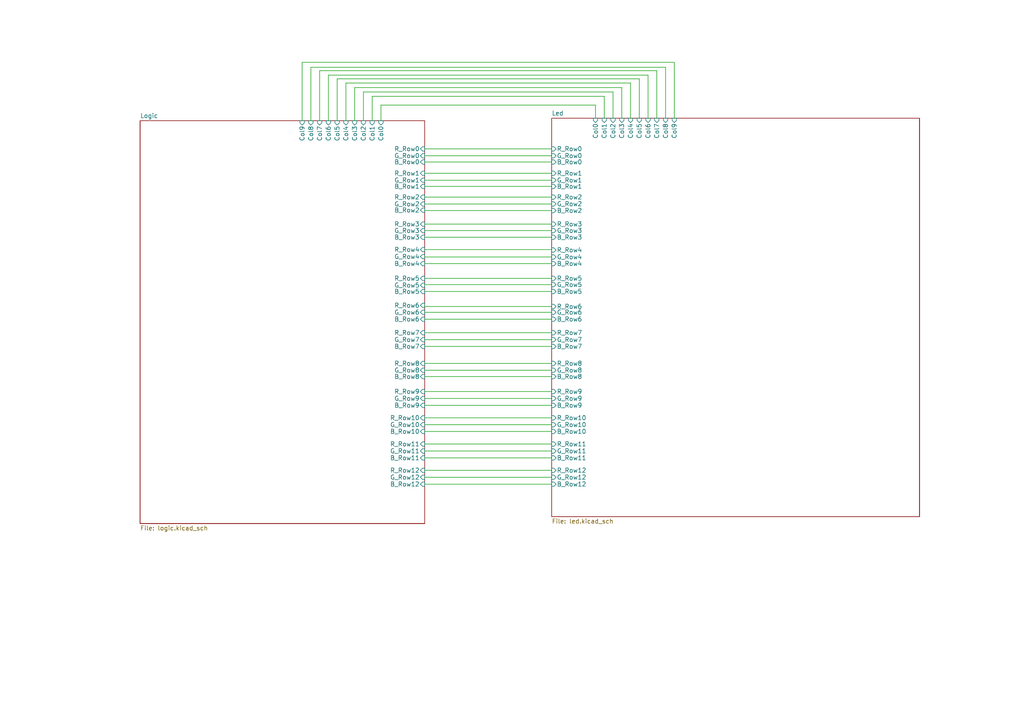
<source format=kicad_sch>
(kicad_sch (version 20230121) (generator eeschema)
  (paper "A4")
  (lib_symbols)
  (wire (pts (xy 123.19 138.43) (xy 160.02 138.43)))
  (wire (pts (xy 100.33 24.0816) (xy 100.33 35.0165)))
  (wire (pts (xy 123.19 52.2696) (xy 160.02 52.2696)))
  (wire (pts (xy 160.02 82.55) (xy 123.19 82.55)))
  (wire (pts (xy 175.26 27.94) (xy 175.26 34.29)))
  (wire (pts (xy 123.19 66.8765) (xy 160.02 66.8765)))
  (wire (pts (xy 97.79 22.866) (xy 185.42 22.866)))
  (wire (pts (xy 123.19 80.7365) (xy 160.02 80.7365)))
  (wire (pts (xy 182.88 24.0816) (xy 100.33 24.0816)))
  (wire (pts (xy 123.19 100.4831) (xy 160.02 100.4831)))
  (wire (pts (xy 190.5 20.5063) (xy 190.5 34.29)))
  (wire (pts (xy 123.19 117.5666) (xy 160.02 117.5666)))
  (wire (pts (xy 123.19 59.1814) (xy 160.02 59.1814)))
  (wire (pts (xy 182.88 34.29) (xy 182.88 24.0816)))
  (wire (pts (xy 123.19 121.1935) (xy 160.02 121.1935)))
  (wire (pts (xy 172.72 30.48) (xy 110.49 30.48)))
  (wire (pts (xy 123.19 92.5796) (xy 160.02 92.5796)))
  (wire (pts (xy 123.19 105.4093) (xy 160.02 105.4093)))
  (wire (pts (xy 97.79 35.0165) (xy 97.79 22.866)))
  (wire (pts (xy 123.19 125.1452) (xy 160.02 125.1452)))
  (wire (pts (xy 102.87 35.0165) (xy 102.87 25.4)))
  (wire (pts (xy 123.19 113.5607) (xy 160.02 113.5607)))
  (wire (pts (xy 177.8 26.67) (xy 105.41 26.67)))
  (wire (pts (xy 185.42 22.866) (xy 185.42 34.29)))
  (wire (pts (xy 187.96 34.29) (xy 187.96 21.7934)))
  (wire (pts (xy 123.19 61.0739) (xy 123.19 60.96)))
  (wire (pts (xy 123.19 132.813) (xy 160.02 132.813)))
  (wire (pts (xy 187.96 21.7934) (xy 95.25 21.7934)))
  (wire (pts (xy 195.58 18.0751) (xy 87.63 18.0751)))
  (wire (pts (xy 123.19 76.4579) (xy 160.02 76.4579)))
  (wire (pts (xy 102.87 25.4) (xy 180.34 25.4)))
  (wire (pts (xy 90.17 19.5052) (xy 193.04 19.5052)))
  (wire (pts (xy 123.19 128.7921) (xy 160.02 128.7921)))
  (wire (pts (xy 123.19 109.22) (xy 160.02 109.22)))
  (wire (pts (xy 193.04 19.5052) (xy 193.04 34.29)))
  (wire (pts (xy 123.19 43.18) (xy 160.02 43.18)))
  (wire (pts (xy 123.19 115.57) (xy 160.02 115.57)))
  (wire (pts (xy 123.19 50.2565) (xy 160.02 50.2565)))
  (wire (pts (xy 123.19 123.19) (xy 160.02 123.19)))
  (wire (pts (xy 123.19 64.999) (xy 160.02 64.999)))
  (wire (pts (xy 180.34 25.4) (xy 180.34 34.29)))
  (wire (pts (xy 123.19 90.5767) (xy 160.02 90.5767)))
  (wire (pts (xy 160.02 61.0739) (xy 123.19 61.0739)))
  (wire (pts (xy 123.19 98.5165) (xy 160.02 98.5165)))
  (wire (pts (xy 123.19 130.81) (xy 160.02 130.81)))
  (wire (pts (xy 123.19 84.5465) (xy 160.02 84.5465)))
  (wire (pts (xy 105.41 26.67) (xy 105.41 35.0165)))
  (wire (pts (xy 87.63 18.0751) (xy 87.63 35.0165)))
  (wire (pts (xy 92.71 20.5063) (xy 190.5 20.5063)))
  (wire (pts (xy 90.17 35.0165) (xy 90.17 19.5052)))
  (wire (pts (xy 95.25 21.7934) (xy 95.25 35.0165)))
  (wire (pts (xy 123.19 46.99) (xy 123.19 46.9815)))
  (wire (pts (xy 160.02 59.1814) (xy 160.02 59.1465)))
  (wire (pts (xy 160.02 46.99) (xy 123.19 46.99)))
  (wire (pts (xy 123.19 68.809) (xy 160.02 68.809)))
  (wire (pts (xy 123.19 72.39) (xy 160.02 72.39)))
  (wire (pts (xy 123.19 57.1708) (xy 160.02 57.1708)))
  (wire (pts (xy 107.95 27.94) (xy 107.95 35.0165)))
  (wire (pts (xy 123.19 74.5368) (xy 123.19 74.4301)))
  (wire (pts (xy 123.19 140.433) (xy 160.02 140.433)))
  (wire (pts (xy 123.19 82.55) (xy 123.19 82.7351)))
  (wire (pts (xy 123.19 136.4199) (xy 160.02 136.4199)))
  (wire (pts (xy 177.8 34.29) (xy 177.8 26.67)))
  (wire (pts (xy 172.72 34.29) (xy 172.72 30.48)))
  (wire (pts (xy 92.71 35.0165) (xy 92.71 20.5063)))
  (wire (pts (xy 123.19 96.5022) (xy 160.02 96.5022)))
  (wire (pts (xy 123.19 88.9) (xy 123.19 88.5737)))
  (wire (pts (xy 107.95 27.94) (xy 175.26 27.94)))
  (wire (pts (xy 195.58 34.29) (xy 195.58 18.0751)))
  (wire (pts (xy 123.19 107.3802) (xy 160.02 107.3802)))
  (wire (pts (xy 160.02 72.39) (xy 160.02 72.509)))
  (wire (pts (xy 123.19 45.1765) (xy 160.02 45.1765)))
  (wire (pts (xy 123.19 54.0665) (xy 160.02 54.0665)))
  (wire (pts (xy 160.02 74.5368) (xy 123.19 74.5368)))
  (wire (pts (xy 110.49 30.48) (xy 110.49 35.0165)))
  (wire (pts (xy 160.02 88.9) (xy 123.19 88.9)))
  (sheet (at 160.02 34.29) (size 106.68 115.57) (stroke (width 0.1524))
    (property "Sheetname" "Led" (at 160.02 33.5784 0) (effects (justify left bottom)))
    (property "Sheetfile" "led.kicad_sch" (at 160.02 150.4446 0) (effects (justify left top)))
    (pin "Col7" input (at 190.5 34.29 90))
    (pin "Col8" input (at 193.04 34.29 90))
    (pin "Col9" input (at 195.58 34.29 90))
    (pin "Col6" input (at 187.96 34.29 90))
    (pin "G_Row0" input (at 160.02 45.1765 180))
    (pin "R_Row0" input (at 160.02 43.18 180))
    (pin "B_Row0" input (at 160.02 46.99 180))
    (pin "R_Row1" input (at 160.02 50.2565 180))
    (pin "G_Row1" input (at 160.02 52.2696 180))
    (pin "B_Row1" input (at 160.02 54.0665 180))
    (pin "Col0" input (at 172.72 34.29 90))
    (pin "Col1" input (at 175.26 34.29 90))
    (pin "Col2" input (at 177.8 34.29 90))
    (pin "Col5" input (at 185.42 34.29 90))
    (pin "Col3" input (at 180.34 34.29 90))
    (pin "Col4" input (at 182.88 34.29 90))
    (pin "R_Row2" input (at 160.02 57.1708 180))
    (pin "B_Row2" input (at 160.02 61.0739 180))
    (pin "R_Row3" input (at 160.02 64.999 180))
    (pin "G_Row2" input (at 160.02 59.1465 180))
    (pin "G_Row3" input (at 160.02 66.8765 180))
    (pin "B_Row3" input (at 160.02 68.809 180))
    (pin "B_Row4" input (at 160.02 76.4579 180))
    (pin "R_Row4" input (at 160.02 72.509 180))
    (pin "G_Row4" input (at 160.02 74.5368 180))
    (pin "B_Row5" input (at 160.02 84.5465 180))
    (pin "R_Row6" input (at 160.02 88.9 180))
    (pin "G_Row5" input (at 160.02 82.55 180))
    (pin "R_Row5" input (at 160.02 80.7365 180))
    (pin "G_Row6" input (at 160.02 90.5767 180))
    (pin "B_Row6" input (at 160.02 92.5796 180))
    (pin "R_Row10" input (at 160.02 121.1935 180))
    (pin "B_Row9" input (at 160.02 117.5666 180))
    (pin "R_Row9" input (at 160.02 113.5607 180))
    (pin "G_Row10" input (at 160.02 123.19 180))
    (pin "G_Row9" input (at 160.02 115.57 180))
    (pin "G_Row11" input (at 160.02 130.81 180))
    (pin "R_Row11" input (at 160.02 128.7921 180))
    (pin "B_Row11" input (at 160.02 132.813 180))
    (pin "B_Row10" input (at 160.02 125.1452 180))
    (pin "R_Row12" input (at 160.02 136.4199 180))
    (pin "B_Row12" input (at 160.02 140.433 180))
    (pin "G_Row12" input (at 160.02 138.43 180))
    (pin "R_Row8" input (at 160.02 105.4093 180))
    (pin "G_Row7" input (at 160.02 98.5165 180))
    (pin "B_Row7" input (at 160.02 100.4831 180))
    (pin "R_Row7" input (at 160.02 96.5022 180))
    (pin "B_Row8" input (at 160.02 109.22 180))
    (pin "G_Row8" input (at 160.02 107.3802 180))
  )
  (sheet (at 40.64 35.0165) (size 82.55 116.84) (stroke (width 0.1524))
    (property "Sheetname" "Logic" (at 40.64 34.3049 0) (effects (justify left bottom)))
    (property "Sheetfile" "logic.kicad_sch" (at 40.64 152.4411 0) (effects (justify left top)))
    (pin "B_Row7" input (at 123.19 100.4831 0))
    (pin "B_Row6" input (at 123.19 92.5796 0))
    (pin "B_Row5" input (at 123.19 84.5465 0))
    (pin "B_Row0" input (at 123.19 46.9815 0))
    (pin "B_Row9" input (at 123.19 117.5666 0))
    (pin "B_Row10" input (at 123.19 125.1452 0))
    (pin "B_Row11" input (at 123.19 132.813 0))
    (pin "B_Row12" input (at 123.19 140.433 0))
    (pin "B_Row8" input (at 123.19 109.22 0))
    (pin "B_Row3" input (at 123.19 68.809 0))
    (pin "B_Row1" input (at 123.19 54.0665 0))
    (pin "B_Row4" input (at 123.19 76.4579 0))
    (pin "B_Row2" input (at 123.19 60.96 0))
    (pin "G_Row11" input (at 123.19 130.81 0))
    (pin "G_Row9" input (at 123.19 115.57 0))
    (pin "G_Row12" input (at 123.19 138.43 0))
    (pin "G_Row10" input (at 123.19 123.19 0))
    (pin "G_Row0" input (at 123.19 45.1765 0))
    (pin "G_Row8" input (at 123.19 107.3802 0))
    (pin "G_Row7" input (at 123.19 98.5165 0))
    (pin "G_Row4" input (at 123.19 74.4301 0))
    (pin "G_Row3" input (at 123.19 66.8765 0))
    (pin "G_Row6" input (at 123.19 90.5767 0))
    (pin "G_Row5" input (at 123.19 82.7351 0))
    (pin "G_Row2" input (at 123.19 59.1814 0))
    (pin "R_Row9" input (at 123.19 113.5607 0))
    (pin "R_Row12" input (at 123.19 136.4199 0))
    (pin "R_Row10" input (at 123.19 121.1935 0))
    (pin "R_Row11" input (at 123.19 128.7921 0))
    (pin "R_Row5" input (at 123.19 80.7365 0))
    (pin "G_Row1" input (at 123.19 52.2696 0))
    (pin "R_Row7" input (at 123.19 96.5022 0))
    (pin "R_Row6" input (at 123.19 88.5737 0))
    (pin "R_Row0" input (at 123.19 43.18 0))
    (pin "R_Row1" input (at 123.19 50.2565 0))
    (pin "R_Row2" input (at 123.19 57.1708 0))
    (pin "R_Row8" input (at 123.19 105.4093 0))
    (pin "R_Row3" input (at 123.19 64.999 0))
    (pin "R_Row4" input (at 123.19 72.39 0))
    (pin "Col3" input (at 102.87 35.0165 90))
    (pin "Col6" input (at 95.25 35.0165 90))
    (pin "Col5" input (at 97.79 35.0165 90))
    (pin "Col0" input (at 110.49 35.0165 90))
    (pin "Col8" input (at 90.17 35.0165 90))
    (pin "Col2" input (at 105.41 35.0165 90))
    (pin "Col4" input (at 100.33 35.0165 90))
    (pin "Col1" input (at 107.95 35.0165 90))
    (pin "Col9" input (at 87.63 35.0165 90))
    (pin "Col7" input (at 92.71 35.0165 90))
  )
)
</source>
